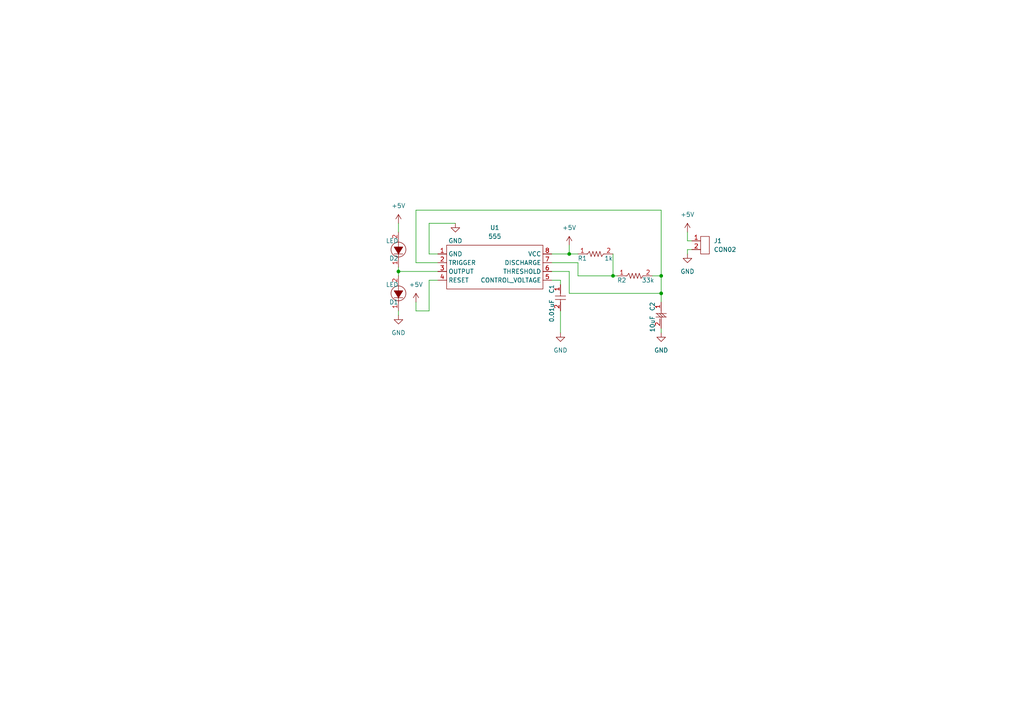
<source format=kicad_sch>
(kicad_sch (version 20211123) (generator eeschema)
  (paper "A4")
  (lib_symbols
    (symbol "5_lsk:555"
      (property "Reference" "U" (at 0 -6.35 0))
      (property "Value" "555" (at 0 8.89 0))
      (symbol "555_0_1"
        (rectangle (start -12.7 7.62) (end 15.24 -5.08))
      )
      (symbol "555_1_1"
        (pin input line (at -15.24 5.08 0) (length 2.54) (name "GND") (number "1"))
        (pin input line (at -15.24 2.54 0) (length 2.54) (name "TRIGGER") (number "2"))
        (pin input line (at -15.24 0 0) (length 2.54) (name "OUTPUT") (number "3"))
        (pin input line (at -15.24 -2.54 0) (length 2.54) (name "RESET") (number "4"))
        (pin input line (at 17.78 -2.54 180) (length 2.54) (name "CONTROL_VOLTAGE") (number "5"))
        (pin input line (at 17.78 0 180) (length 2.54) (name "THRESHOLD") (number "6"))
        (pin input line (at 17.78 2.54 180) (length 2.54) (name "DISCHARGE") (number "7"))
        (pin input line (at 17.78 5.08 180) (length 2.54) (name "VCC") (number "8"))
      )
    )
    (symbol "5_lsk:CON02"
      (property "Reference" "J" (at 1.27 -2.54 0))
      (property "Value" "CON02" (at 1.27 5.08 0))
      (symbol "CON02_0_0"
        (rectangle (start 0 3.81) (end 2.54 -1.27))
      )
      (symbol "CON02_1_1"
        (pin input line (at -2.54 2.54 0) (length 2.54) (name "") (number "1"))
        (pin input line (at -2.54 0 0) (length 2.54) (name "") (number "2"))
      )
    )
    (symbol "5_lsk:Cap1"
      (property "Reference" "C" (at 0.762 -1.524 0))
      (property "Value" "Cap1" (at -1.27 2.794 0))
      (symbol "Cap1_0_1"
        (polyline (pts (xy -1.778 0) (xy -2.54 0)))
        (polyline (pts (xy -1.778 1.524) (xy -1.778 -1.524)))
        (polyline (pts (xy -0.762 0) (xy 0 0)))
        (polyline (pts (xy -0.762 1.524) (xy -0.762 -1.524)))
      )
      (symbol "Cap1_1_1"
        (pin input line (at -5.08 0 0) (length 2.54) (name "") (number "1"))
        (pin input line (at 2.54 0 180) (length 2.54) (name "") (number "2"))
      )
    )
    (symbol "5_lsk:Cap2"
      (property "Reference" "C" (at 0.762 -1.524 0))
      (property "Value" "Cap2" (at -1.27 2.794 0))
      (symbol "Cap2_0_0"
        (polyline (pts (xy -0.762 -0.254) (xy -1.778 -1.27)))
        (polyline (pts (xy -0.762 0.508) (xy -1.778 -0.508)))
        (polyline (pts (xy -0.762 1.27) (xy -1.778 0.254)))
        (text "-" (at 0.254 -0.508 0) (effects (font (size 1.27 1.27))))
      )
      (symbol "Cap2_0_1"
        (polyline (pts (xy -1.778 0) (xy -2.54 0)))
        (polyline (pts (xy -1.778 1.524) (xy -1.778 -1.524)))
        (polyline (pts (xy -0.762 0) (xy 0 0)))
        (polyline (pts (xy -0.762 1.524) (xy -0.762 -1.524)))
      )
      (symbol "Cap2_1_1"
        (pin input line (at -5.08 0 0) (length 2.54) (name "") (number "1"))
        (pin input line (at 2.54 0 180) (length 2.54) (name "") (number "2"))
      )
    )
    (symbol "5_lsk:LED"
      (property "Reference" "D" (at 2.54 -1.27 0))
      (property "Value" "LED" (at -3.81 -1.27 0))
      (symbol "LED_0_0"
        (polyline (pts (xy -2.54 0) (xy 2.54 0)))
        (polyline (pts (xy -1.27 1.27) (xy -1.27 -1.27)))
        (polyline (pts (xy -1.27 0) (xy 0.762 1.27) (xy 0.762 -1.27) (xy -1.27 0)) (fill (type outline)))
        (circle (center 0 0) (radius 2.159))
      )
      (symbol "LED_1_1"
        (pin input line (at -5.08 0 0) (length 2.54) (name "") (number "1"))
        (pin input line (at 5.08 0 180) (length 2.54) (name "") (number "2"))
      )
    )
    (symbol "5_lsk:Resistor"
      (property "Reference" "R" (at 3.302 -1.27 0))
      (property "Value" "Resistor" (at 0 3.048 0))
      (symbol "Resistor_0_1"
        (polyline (pts (xy -2.286 0) (xy -2.54 0)))
        (polyline (pts (xy -2.286 0) (xy -1.778 0.762) (xy -1.27 -0.762) (xy -0.762 0.762) (xy -0.254 -0.762) (xy 0.254 0.762) (xy 0.762 -0.762) (xy 1.27 0.762) (xy 1.778 -0.762) (xy 2.286 0) (xy 2.54 0)))
      )
      (symbol "Resistor_1_1"
        (pin input line (at -5.08 0 0) (length 2.54) (name "") (number "1"))
        (pin input line (at 5.08 0 180) (length 2.54) (name "") (number "2"))
      )
    )
    (symbol "Resistor_1"
      (property "Reference" "R" (at 3.302 -1.27 0))
      (property "Value" "Resistor_1" (at 0 3.048 0))
      (symbol "Resistor_1_0_1"
        (polyline (pts (xy -2.286 0) (xy -2.54 0)))
        (polyline (pts (xy -2.286 0) (xy -1.778 0.762) (xy -1.27 -0.762) (xy -0.762 0.762) (xy -0.254 -0.762) (xy 0.254 0.762) (xy 0.762 -0.762) (xy 1.27 0.762) (xy 1.778 -0.762) (xy 2.286 0) (xy 2.54 0)))
      )
      (symbol "Resistor_1_1_1"
        (pin input line (at -5.08 0 0) (length 2.54) (name "") (number "1"))
        (pin input line (at 5.08 0 180) (length 2.54) (name "") (number "2"))
      )
    )
    (symbol "power:+5V" (power) (pin_names (offset 0))
      (property "Value" "+5V" (at 0 3.556 0))
      (symbol "+5V_0_1"
        (polyline (pts (xy -0.762 1.27) (xy 0 2.54)))
        (polyline (pts (xy 0 0) (xy 0 2.54)))
        (polyline (pts (xy 0 2.54) (xy 0.762 1.27)))
      )
      (symbol "+5V_1_1"
        (pin power_in line (at 0 0 90) (length 0) hide (name "+5V") (number "1"))
      )
    )
    (symbol "power:GND" (power) (pin_names (offset 0))
      (property "Value" "GND" (at 0 -3.81 0))
      (symbol "GND_0_1"
        (polyline (pts (xy 0 0) (xy 0 -1.27) (xy 1.27 -1.27) (xy 0 -2.54) (xy -1.27 -1.27) (xy 0 -1.27)))
      )
      (symbol "GND_1_1"
        (pin power_in line (at 0 0 270) (length 0) hide (name "GND") (number "1"))
      )
    )
  )
  (junction (at 115.57 78.74))
  (junction (at 165.1 73.66))
  (junction (at 191.77 80.01))
  (junction (at 191.77 85.09))
  (junction (at 177.8 80.01))
  (wire (pts (xy 115.57 78.74) (xy 127 78.74)))
  (wire (pts (xy 177.8 80.01) (xy 179.07 80.01)))
  (wire (pts (xy 160.02 78.74) (xy 165.1 78.74)))
  (wire (pts (xy 120.65 90.17) (xy 124.46 90.17)))
  (wire (pts (xy 167.64 80.01) (xy 177.8 80.01)))
  (wire (pts (xy 191.77 95.25) (xy 191.77 96.52)))
  (wire (pts (xy 165.1 73.66) (xy 167.64 73.66)))
  (wire (pts (xy 165.1 71.12) (xy 165.1 73.66)))
  (wire (pts (xy 127 76.2) (xy 120.65 76.2)))
  (wire (pts (xy 120.65 60.96) (xy 191.77 60.96)))
  (wire (pts (xy 115.57 77.47) (xy 115.57 78.74)))
  (wire (pts (xy 191.77 80.01) (xy 189.23 80.01)))
  (wire (pts (xy 165.1 78.74) (xy 165.1 85.09)))
  (wire (pts (xy 124.46 64.77) (xy 132.08 64.77)))
  (wire (pts (xy 191.77 85.09) (xy 191.77 87.63)))
  (wire (pts (xy 115.57 78.74) (xy 115.57 80.01)))
  (wire (pts (xy 167.64 76.2) (xy 167.64 80.01)))
  (wire (pts (xy 120.65 90.17) (xy 120.65 87.63)))
  (wire (pts (xy 162.56 81.28) (xy 162.56 82.55)))
  (wire (pts (xy 120.65 76.2) (xy 120.65 60.96)))
  (wire (pts (xy 191.77 85.09) (xy 191.77 80.01)))
  (wire (pts (xy 160.02 73.66) (xy 165.1 73.66)))
  (wire (pts (xy 200.66 69.85) (xy 199.39 69.85)))
  (wire (pts (xy 160.02 76.2) (xy 167.64 76.2)))
  (wire (pts (xy 165.1 85.09) (xy 191.77 85.09)))
  (wire (pts (xy 199.39 69.85) (xy 199.39 67.31)))
  (wire (pts (xy 177.8 73.66) (xy 177.8 80.01)))
  (wire (pts (xy 115.57 90.17) (xy 115.57 91.44)))
  (wire (pts (xy 127 73.66) (xy 124.46 73.66)))
  (wire (pts (xy 115.57 64.77) (xy 115.57 67.31)))
  (wire (pts (xy 160.02 81.28) (xy 162.56 81.28)))
  (wire (pts (xy 127 81.28) (xy 124.46 81.28)))
  (wire (pts (xy 200.66 72.39) (xy 199.39 72.39)))
  (wire (pts (xy 191.77 60.96) (xy 191.77 80.01)))
  (wire (pts (xy 199.39 72.39) (xy 199.39 73.66)))
  (wire (pts (xy 162.56 90.17) (xy 162.56 96.52)))
  (wire (pts (xy 124.46 73.66) (xy 124.46 64.77)))
  (wire (pts (xy 124.46 81.28) (xy 124.46 90.17)))
  (symbol (lib_id "power:+5V") (at 165.1 71.12 0) (unit 1)
    (property "Reference" "#PWR0102" (effects hide))
    (property "Value" "+5V" (at 165.1 66.04 0))
  )
  (symbol (lib_id "power:+5V") (at 115.57 64.77 0) (unit 1)
    (property "Reference" "#PWR0107" (effects hide))
    (property "Value" "+5V" (at 115.57 59.69 0))
  )
  (symbol (lib_id "5_lsk:CON02") (at 203.2 72.39 0) (unit 1)
    (property "Reference" "J1" (at 207.01 69.8499 0) (effects (justify left)))
    (property "Value" "CON02" (at 207.01 72.3899 0) (effects (justify left)))
    (property "Footprint" "5_lsk:CON_02" (effects hide))
    (property "Datasheet" "https://www.eleparts.co.kr/goods/view?no=9048" (effects hide))
    (property "Shop" "https://www.eleparts.co.kr/goods/view?no=9048" (effects hide))
  )
  (symbol (lib_id "power:GND") (at 199.39 73.66 0) (unit 1)
    (property "Reference" "#PWR0109" (effects hide))
    (property "Value" "GND" (at 199.39 78.74 0))
  )
  (symbol (lib_id "5_lsk:Cap1") (at 162.56 87.63 270) (unit 1)
    (property "Reference" "C1" (at 160.02 83.82 0))
    (property "Value" "0.01uF" (at 160.02 90.17 0))
    (property "Footprint" "5_lsk:Cap1" (effects hide))
    (property "Shop" "https://www.eleparts.co.kr/goods/view?no=9048" (effects hide))
  )
  (symbol (lib_id "5_lsk:Resistor") (at 184.15 80.01 0) (unit 1)
    (property "Reference" "R2" (at 180.34 81.28 0))
    (property "Value" "33k" (at 187.96 81.28 0))
    (property "Footprint" "5_lsk:Resistor" (effects hide))
    (property "Shop" "https://www.eleparts.co.kr/goods/view?no=9048" (effects hide))
  )
  (symbol (lib_id "power:+5V") (at 120.65 87.63 0) (unit 1)
    (property "Reference" "#PWR0106" (effects hide))
    (property "Value" "+5V" (at 120.65 82.55 0))
  )
  (symbol (lib_id "power:GND") (at 191.77 96.52 0) (unit 1)
    (property "Reference" "#PWR0101" (effects hide))
    (property "Value" "GND" (at 191.77 101.6 0))
  )
  (symbol (lib_id "power:GND") (at 115.57 91.44 0) (unit 1)
    (property "Reference" "#PWR0104" (effects hide))
    (property "Value" "GND" (at 115.57 96.52 0))
  )
  (symbol (lib_id "5_lsk:LED") (at 115.57 85.09 90) (unit 1)
    (property "Reference" "D1" (at 115.57 87.63 90) (effects (justify left)))
    (property "Value" "LED" (at 115.57 82.55 90) (effects (justify left)))
    (property "Footprint" "LED_THT:LED_D5.0mm" (effects hide))
    (property "Shop" "https://www.eleparts.co.kr/goods/view?no=9048" (effects hide))
  )
  (symbol (lib_id "power:+5V") (at 199.39 67.31 0) (unit 1)
    (property "Reference" "#PWR0108" (effects hide))
    (property "Value" "+5V" (at 199.39 62.23 0))
  )
  (symbol (lib_id "power:GND") (at 162.56 96.52 0) (unit 1)
    (property "Reference" "#PWR0105" (effects hide))
    (property "Value" "GND" (at 162.56 101.6 0))
  )
  (symbol (lib_name "Resistor_1") (lib_id "5_lsk:Resistor") (at 172.72 73.66 0) (unit 1)
    (property "Reference" "R1" (at 168.91 74.93 0))
    (property "Value" "1k" (at 176.53 74.93 0))
    (property "Footprint" "5_lsk:Resistor" (effects hide))
    (property "Shop" "https://www.eleparts.co.kr/goods/view?no=9048" (effects hide))
  )
  (symbol (lib_id "power:GND") (at 132.08 64.77 0) (unit 1)
    (property "Reference" "#PWR0103" (effects hide))
    (property "Value" "GND" (at 132.08 69.85 0))
  )
  (symbol (lib_id "5_lsk:555") (at 142.24 78.74 0) (unit 1)
    (property "Reference" "U1" (at 143.51 66.04 0))
    (property "Value" "555" (at 143.51 68.58 0))
    (property "Footprint" "5_lsk:555_DIP" (effects hide))
    (property "Shop" "https://www.eleparts.co.kr/goods/view?no=9048" (effects hide))
  )
  (symbol (lib_id "5_lsk:Cap2") (at 191.77 92.71 270) (unit 1)
    (property "Reference" "C2" (at 189.23 88.9 0))
    (property "Value" "10uF" (at 189.23 93.98 0))
    (property "Footprint" "5_lsk:Cap2" (effects hide))
    (property "Shop" "https://www.eleparts.co.kr/goods/view?no=9048" (effects hide))
  )
  (symbol (lib_id "5_lsk:LED") (at 115.57 72.39 90) (unit 1)
    (property "Reference" "D2" (at 115.57 74.93 90) (effects (justify left)))
    (property "Value" "LED" (at 115.57 69.85 90) (effects (justify left)))
    (property "Footprint" "LED_THT:LED_D5.0mm" (effects hide))
    (property "Shop" "https://www.eleparts.co.kr/goods/view?no=9048" (effects hide))
  )
)
</source>
